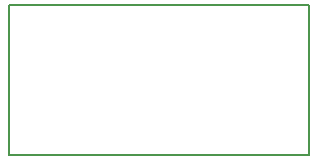
<source format=gm1>
%TF.GenerationSoftware,KiCad,Pcbnew,7.0.8*%
%TF.CreationDate,2024-01-24T18:28:13-05:00*%
%TF.ProjectId,SupervisoryCircuitPCB,53757065-7276-4697-936f-727943697263,rev?*%
%TF.SameCoordinates,Original*%
%TF.FileFunction,Profile,NP*%
%FSLAX46Y46*%
G04 Gerber Fmt 4.6, Leading zero omitted, Abs format (unit mm)*
G04 Created by KiCad (PCBNEW 7.0.8) date 2024-01-24 18:28:13*
%MOMM*%
%LPD*%
G01*
G04 APERTURE LIST*
%TA.AperFunction,Profile*%
%ADD10C,0.200000*%
%TD*%
G04 APERTURE END LIST*
D10*
X71120000Y-66040000D02*
X96520000Y-66040000D01*
X96520000Y-78740000D01*
X71120000Y-78740000D01*
X71120000Y-66040000D01*
M02*

</source>
